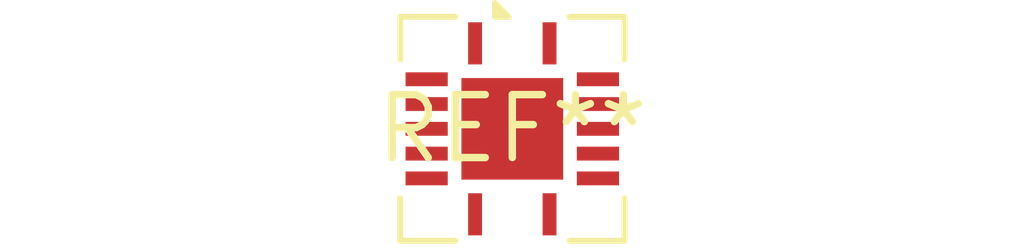
<source format=kicad_pcb>
(kicad_pcb (version 20240108) (generator pcbnew)
  (layers (0 "F.Cu" signal) (31 "B.Cu" signal) (34 "B.Paste" user) (35 "F.Paste" user) (36 "B.SilkS" user "B.Silkscreen") (37 "F.SilkS" user "F.Silkscreen") (38 "B.Mask" user) (39 "F.Mask" user) (44 "Edge.Cuts" user))
  (net 0 "")
  (footprint "Texas_S-PVQFN-N14" (layer "F.Cu") (at 0 0)
    (property "Reference" "REF**")
    (property "Value" "Texas_S-PVQFN-N14")
    (fp_line (start -2.26 2.26) (end -2.26 1.4) (layer "F.SilkS") (stroke (width 0.12)))
    (fp_line (start -2.255 -1.4) (end -2.255 -2.26) (layer "F.SilkS") (stroke (width 0.12)))
    (fp_line (start -1.15 2.26) (end -2.26 2.26) (layer "F.SilkS") (stroke (width 0.12)))
    (fp_line (start -1.145 -2.26) (end -2.255 -2.26) (layer "F.SilkS") (stroke (width 0.12)))
    (fp_line (start 1.15 -2.26) (end 2.26 -2.26) (layer "F.SilkS") (stroke (width 0.12)))
    (fp_line (start 1.15 2.26) (end 2.26 2.26) (layer "F.SilkS") (stroke (width 0.12)))
    (fp_line (start 2.26 -2.26) (end 2.26 -1.4) (layer "F.SilkS") (stroke (width 0.12)))
    (fp_line (start 2.26 2.26) (end 2.26 1.4) (layer "F.SilkS") (stroke (width 0.12)))
    (fp_poly (pts (xy -0.35 -2.26) (xy -0.35 -2.54) (xy -0.07 -2.26) (xy -0.35 -2.26)) (layer "F.SilkS") (stroke (width 0.12)) (fill solid))
    (pad "1" smd rect (at -0.75 -1.725 270) (size 0.85 0.28) (layers "F.Cu" "F.Paste" "F.Mask"))
    (pad "2" smd rect (at -1.725 -1 270) (size 0.28 0.85) (layers "F.Cu" "F.Paste" "F.Mask"))
    (pad "3" smd rect (at -1.725 -0.5 270) (size 0.28 0.85) (layers "F.Cu" "F.Paste" "F.Mask"))
    (pad "4" smd rect (at -1.725 0 270) (size 0.28 0.85) (layers "F.Cu" "F.Paste" "F.Mask"))
    (pad "5" smd rect (at -1.725 0.5 270) (size 0.28 0.85) (layers "F.Cu" "F.Paste" "F.Mask"))
    (pad "6" smd rect (at -1.725 1 270) (size 0.28 0.85) (layers "F.Cu" "F.Paste" "F.Mask"))
    (pad "7" smd rect (at -0.75 1.725 270) (size 0.85 0.28) (layers "F.Cu" "F.Paste" "F.Mask"))
    (pad "8" smd rect (at 0.75 1.725 270) (size 0.85 0.28) (layers "F.Cu" "F.Paste" "F.Mask"))
    (pad "9" smd rect (at 1.725 1 270) (size 0.28 0.85) (layers "F.Cu" "F.Paste" "F.Mask"))
    (pad "10" smd rect (at 1.725 0.5 270) (size 0.28 0.85) (layers "F.Cu" "F.Paste" "F.Mask"))
    (pad "11" smd rect (at 1.725 0 270) (size 0.28 0.85) (layers "F.Cu" "F.Paste" "F.Mask"))
    (pad "12" smd rect (at 1.725 -0.5 270) (size 0.28 0.85) (layers "F.Cu" "F.Paste" "F.Mask"))
    (pad "13" smd rect (at 1.725 -1 270) (size 0.28 0.85) (layers "F.Cu" "F.Paste" "F.Mask"))
    (pad "14" smd rect (at 0.75 -1.725 270) (size 0.85 0.28) (layers "F.Cu" "F.Paste" "F.Mask"))
    (pad "15" smd rect (at 0 0 270) (size 2.05 2.05) (layers "F.Cu" "F.Mask"))
  )
)
</source>
